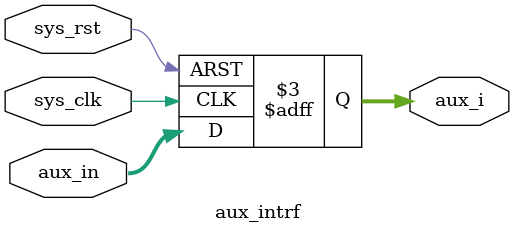
<source format=v>

module aux_intrf (
	input wire sys_clk,
	input wire sys_rst,
	input wire [31:0] aux_in,   // auxilary data from external 

	output reg [31:0] aux_i     // auxilary data to GPIO core
);

always @(posedge sys_clk or negedge sys_rst) begin 
  	if (!sys_rst) begin
		aux_i <= 32'b0;
	end else begin
		aux_i <= aux_in;
	end
end

endmodule 

</source>
